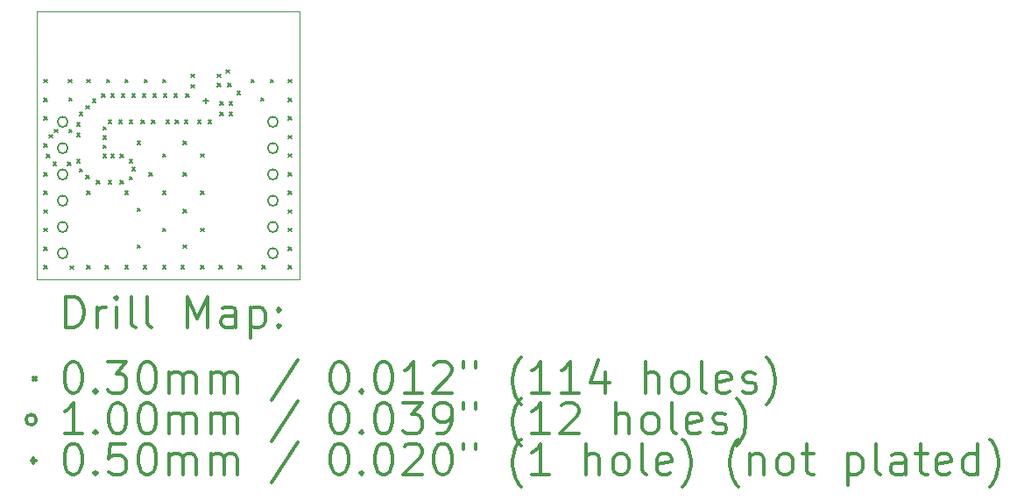
<source format=gbr>
%FSLAX45Y45*%
G04 Gerber Fmt 4.5, Leading zero omitted, Abs format (unit mm)*
G04 Created by KiCad (PCBNEW (5.0.1)-3) date 02/12/2018 22:03:44*
%MOMM*%
%LPD*%
G01*
G04 APERTURE LIST*
%ADD10C,0.015000*%
%ADD11C,0.200000*%
%ADD12C,0.300000*%
G04 APERTURE END LIST*
D10*
X8636000Y-10795000D02*
X6096000Y-10795000D01*
X8636000Y-8204200D02*
X8636000Y-10795000D01*
X6096000Y-8204200D02*
X8636000Y-8204200D01*
X6096000Y-10795000D02*
X6096000Y-8204200D01*
D11*
X6169900Y-8862300D02*
X6199900Y-8892300D01*
X6199900Y-8862300D02*
X6169900Y-8892300D01*
X6169900Y-9044500D02*
X6199900Y-9074500D01*
X6199900Y-9044500D02*
X6169900Y-9074500D01*
X6169900Y-9222300D02*
X6199900Y-9252300D01*
X6199900Y-9222300D02*
X6169900Y-9252300D01*
X6169900Y-9484600D02*
X6199900Y-9514600D01*
X6199900Y-9484600D02*
X6169900Y-9514600D01*
X6169900Y-9764500D02*
X6199900Y-9794500D01*
X6199900Y-9764500D02*
X6169900Y-9794500D01*
X6169900Y-9942300D02*
X6199900Y-9972300D01*
X6199900Y-9942300D02*
X6169900Y-9972300D01*
X6169900Y-10124500D02*
X6199900Y-10154500D01*
X6199900Y-10124500D02*
X6169900Y-10154500D01*
X6169900Y-10302300D02*
X6199900Y-10332300D01*
X6199900Y-10302300D02*
X6169900Y-10332300D01*
X6169900Y-10484500D02*
X6199900Y-10514500D01*
X6199900Y-10484500D02*
X6169900Y-10514500D01*
X6169900Y-10662300D02*
X6199900Y-10692300D01*
X6199900Y-10662300D02*
X6169900Y-10692300D01*
X6195300Y-9586200D02*
X6225300Y-9616200D01*
X6225300Y-9586200D02*
X6195300Y-9616200D01*
X6220700Y-9395700D02*
X6250700Y-9425700D01*
X6250700Y-9395700D02*
X6220700Y-9425700D01*
X6258800Y-9662400D02*
X6288800Y-9692400D01*
X6288800Y-9662400D02*
X6258800Y-9692400D01*
X6271500Y-9344900D02*
X6301500Y-9374900D01*
X6301500Y-9344900D02*
X6271500Y-9374900D01*
X6398500Y-9662400D02*
X6428500Y-9692400D01*
X6428500Y-9662400D02*
X6398500Y-9692400D01*
X6408900Y-8862300D02*
X6438900Y-8892300D01*
X6438900Y-8862300D02*
X6408900Y-8892300D01*
X6411200Y-9040100D02*
X6441200Y-9070100D01*
X6441200Y-9040100D02*
X6411200Y-9070100D01*
X6411200Y-9344900D02*
X6441200Y-9374900D01*
X6441200Y-9344900D02*
X6411200Y-9374900D01*
X6423900Y-10665700D02*
X6453900Y-10695700D01*
X6453900Y-10665700D02*
X6423900Y-10695700D01*
X6487400Y-9281400D02*
X6517400Y-9311400D01*
X6517400Y-9281400D02*
X6487400Y-9311400D01*
X6487400Y-9383000D02*
X6517400Y-9413000D01*
X6517400Y-9383000D02*
X6487400Y-9413000D01*
X6487400Y-9637000D02*
X6517400Y-9667000D01*
X6517400Y-9637000D02*
X6487400Y-9667000D01*
X6512800Y-9179800D02*
X6542800Y-9209800D01*
X6542800Y-9179800D02*
X6512800Y-9209800D01*
X6512800Y-9725900D02*
X6542800Y-9755900D01*
X6542800Y-9725900D02*
X6512800Y-9755900D01*
X6576300Y-9116300D02*
X6606300Y-9146300D01*
X6606300Y-9116300D02*
X6576300Y-9146300D01*
X6576300Y-9789400D02*
X6606300Y-9819400D01*
X6606300Y-9789400D02*
X6576300Y-9819400D01*
X6586700Y-8862300D02*
X6616700Y-8892300D01*
X6616700Y-8862300D02*
X6586700Y-8892300D01*
X6586700Y-9942300D02*
X6616700Y-9972300D01*
X6616700Y-9942300D02*
X6586700Y-9972300D01*
X6586700Y-10662300D02*
X6616700Y-10692300D01*
X6616700Y-10662300D02*
X6586700Y-10692300D01*
X6639800Y-9052800D02*
X6669800Y-9082800D01*
X6669800Y-9052800D02*
X6639800Y-9082800D01*
X6677900Y-9840200D02*
X6707900Y-9870200D01*
X6707900Y-9840200D02*
X6677900Y-9870200D01*
X6728700Y-9002000D02*
X6758700Y-9032000D01*
X6758700Y-9002000D02*
X6728700Y-9032000D01*
X6741400Y-9319500D02*
X6771400Y-9349500D01*
X6771400Y-9319500D02*
X6741400Y-9349500D01*
X6741400Y-9408400D02*
X6771400Y-9438400D01*
X6771400Y-9408400D02*
X6741400Y-9438400D01*
X6741400Y-9497300D02*
X6771400Y-9527300D01*
X6771400Y-9497300D02*
X6741400Y-9527300D01*
X6741400Y-9586200D02*
X6771400Y-9616200D01*
X6771400Y-9586200D02*
X6741400Y-9616200D01*
X6764500Y-10662300D02*
X6794500Y-10692300D01*
X6794500Y-10662300D02*
X6764500Y-10692300D01*
X6774900Y-8862300D02*
X6804900Y-8892300D01*
X6804900Y-8862300D02*
X6774900Y-8892300D01*
X6792200Y-9256000D02*
X6822200Y-9286000D01*
X6822200Y-9256000D02*
X6792200Y-9286000D01*
X6792200Y-9840200D02*
X6822200Y-9870200D01*
X6822200Y-9840200D02*
X6792200Y-9870200D01*
X6817600Y-9002000D02*
X6847600Y-9032000D01*
X6847600Y-9002000D02*
X6817600Y-9032000D01*
X6817600Y-9586200D02*
X6847600Y-9616200D01*
X6847600Y-9586200D02*
X6817600Y-9616200D01*
X6893800Y-9256000D02*
X6923800Y-9286000D01*
X6923800Y-9256000D02*
X6893800Y-9286000D01*
X6906500Y-9586200D02*
X6936500Y-9616200D01*
X6936500Y-9586200D02*
X6906500Y-9616200D01*
X6906500Y-9840200D02*
X6936500Y-9870200D01*
X6936500Y-9840200D02*
X6906500Y-9870200D01*
X6919200Y-9002000D02*
X6949200Y-9032000D01*
X6949200Y-9002000D02*
X6919200Y-9032000D01*
X6952700Y-8862300D02*
X6982700Y-8892300D01*
X6982700Y-8862300D02*
X6952700Y-8892300D01*
X6952700Y-9942300D02*
X6982700Y-9972300D01*
X6982700Y-9942300D02*
X6952700Y-9972300D01*
X6952700Y-10662300D02*
X6982700Y-10692300D01*
X6982700Y-10662300D02*
X6952700Y-10692300D01*
X6995400Y-9256000D02*
X7025400Y-9286000D01*
X7025400Y-9256000D02*
X6995400Y-9286000D01*
X6995400Y-9637000D02*
X7025400Y-9667000D01*
X7025400Y-9637000D02*
X6995400Y-9667000D01*
X6995400Y-9802100D02*
X7025400Y-9832100D01*
X7025400Y-9802100D02*
X6995400Y-9832100D01*
X7020800Y-9002000D02*
X7050800Y-9032000D01*
X7050800Y-9002000D02*
X7020800Y-9032000D01*
X7020800Y-9713200D02*
X7050800Y-9743200D01*
X7050800Y-9713200D02*
X7020800Y-9743200D01*
X7071600Y-9459200D02*
X7101600Y-9489200D01*
X7101600Y-9459200D02*
X7071600Y-9489200D01*
X7071600Y-10106900D02*
X7101600Y-10136900D01*
X7101600Y-10106900D02*
X7071600Y-10136900D01*
X7071600Y-10462500D02*
X7101600Y-10492500D01*
X7101600Y-10462500D02*
X7071600Y-10492500D01*
X7109700Y-9256000D02*
X7139700Y-9286000D01*
X7139700Y-9256000D02*
X7109700Y-9286000D01*
X7122400Y-9002000D02*
X7152400Y-9032000D01*
X7152400Y-9002000D02*
X7122400Y-9032000D01*
X7130500Y-10662300D02*
X7160500Y-10692300D01*
X7160500Y-10662300D02*
X7130500Y-10692300D01*
X7140900Y-8862300D02*
X7170900Y-8892300D01*
X7170900Y-8862300D02*
X7140900Y-8892300D01*
X7185900Y-9764000D02*
X7215900Y-9794000D01*
X7215900Y-9764000D02*
X7185900Y-9794000D01*
X7211300Y-9256000D02*
X7241300Y-9286000D01*
X7241300Y-9256000D02*
X7211300Y-9286000D01*
X7224000Y-9002000D02*
X7254000Y-9032000D01*
X7254000Y-9002000D02*
X7224000Y-9032000D01*
X7318700Y-8862300D02*
X7348700Y-8892300D01*
X7348700Y-8862300D02*
X7318700Y-8892300D01*
X7318700Y-9582300D02*
X7348700Y-9612300D01*
X7348700Y-9582300D02*
X7318700Y-9612300D01*
X7318700Y-9942300D02*
X7348700Y-9972300D01*
X7348700Y-9942300D02*
X7318700Y-9972300D01*
X7318700Y-10302300D02*
X7348700Y-10332300D01*
X7348700Y-10302300D02*
X7318700Y-10332300D01*
X7318700Y-10662300D02*
X7348700Y-10692300D01*
X7348700Y-10662300D02*
X7318700Y-10692300D01*
X7325600Y-9002000D02*
X7355600Y-9032000D01*
X7355600Y-9002000D02*
X7325600Y-9032000D01*
X7351000Y-9256000D02*
X7381000Y-9286000D01*
X7381000Y-9256000D02*
X7351000Y-9286000D01*
X7427200Y-9002000D02*
X7457200Y-9032000D01*
X7457200Y-9002000D02*
X7427200Y-9032000D01*
X7439900Y-9256000D02*
X7469900Y-9286000D01*
X7469900Y-9256000D02*
X7439900Y-9286000D01*
X7496500Y-10662300D02*
X7526500Y-10692300D01*
X7526500Y-10662300D02*
X7496500Y-10692300D01*
X7516100Y-9459200D02*
X7546100Y-9489200D01*
X7546100Y-9459200D02*
X7516100Y-9489200D01*
X7516100Y-9764000D02*
X7546100Y-9794000D01*
X7546100Y-9764000D02*
X7516100Y-9794000D01*
X7516100Y-10119600D02*
X7546100Y-10149600D01*
X7546100Y-10119600D02*
X7516100Y-10149600D01*
X7516100Y-10462500D02*
X7546100Y-10492500D01*
X7546100Y-10462500D02*
X7516100Y-10492500D01*
X7528800Y-9256000D02*
X7558800Y-9286000D01*
X7558800Y-9256000D02*
X7528800Y-9286000D01*
X7541500Y-9002000D02*
X7571500Y-9032000D01*
X7571500Y-9002000D02*
X7541500Y-9032000D01*
X7592300Y-8811500D02*
X7622300Y-8841500D01*
X7622300Y-8811500D02*
X7592300Y-8841500D01*
X7592300Y-8913100D02*
X7622300Y-8943100D01*
X7622300Y-8913100D02*
X7592300Y-8943100D01*
X7655800Y-9256000D02*
X7685800Y-9286000D01*
X7685800Y-9256000D02*
X7655800Y-9286000D01*
X7684700Y-9582300D02*
X7714700Y-9612300D01*
X7714700Y-9582300D02*
X7684700Y-9612300D01*
X7684700Y-9942300D02*
X7714700Y-9972300D01*
X7714700Y-9942300D02*
X7684700Y-9972300D01*
X7684700Y-10302300D02*
X7714700Y-10332300D01*
X7714700Y-10302300D02*
X7684700Y-10332300D01*
X7684700Y-10662300D02*
X7714700Y-10692300D01*
X7714700Y-10662300D02*
X7684700Y-10692300D01*
X7757400Y-9256000D02*
X7787400Y-9286000D01*
X7787400Y-9256000D02*
X7757400Y-9286000D01*
X7846300Y-8811500D02*
X7876300Y-8841500D01*
X7876300Y-8811500D02*
X7846300Y-8841500D01*
X7846300Y-8900400D02*
X7876300Y-8930400D01*
X7876300Y-8900400D02*
X7846300Y-8930400D01*
X7862500Y-10662300D02*
X7892500Y-10692300D01*
X7892500Y-10662300D02*
X7862500Y-10692300D01*
X7871700Y-9078200D02*
X7901700Y-9108200D01*
X7901700Y-9078200D02*
X7871700Y-9108200D01*
X7871700Y-9179800D02*
X7901700Y-9209800D01*
X7901700Y-9179800D02*
X7871700Y-9209800D01*
X7947900Y-8900400D02*
X7977900Y-8930400D01*
X7977900Y-8900400D02*
X7947900Y-8930400D01*
X7960600Y-9078200D02*
X7990600Y-9108200D01*
X7990600Y-9078200D02*
X7960600Y-9108200D01*
X7960600Y-9179800D02*
X7990600Y-9209800D01*
X7990600Y-9179800D02*
X7960600Y-9209800D01*
X8036800Y-8976600D02*
X8066800Y-9006600D01*
X8066800Y-8976600D02*
X8036800Y-9006600D01*
X8050700Y-10662300D02*
X8080700Y-10692300D01*
X8080700Y-10662300D02*
X8050700Y-10692300D01*
X8170800Y-8862300D02*
X8200800Y-8892300D01*
X8200800Y-8862300D02*
X8170800Y-8892300D01*
X8265400Y-9040100D02*
X8295400Y-9070100D01*
X8295400Y-9040100D02*
X8265400Y-9070100D01*
X8278100Y-10662300D02*
X8308100Y-10692300D01*
X8308100Y-10662300D02*
X8278100Y-10692300D01*
X8359000Y-8862300D02*
X8389000Y-8892300D01*
X8389000Y-8862300D02*
X8359000Y-8892300D01*
X8531000Y-8862300D02*
X8561000Y-8892300D01*
X8561000Y-8862300D02*
X8531000Y-8892300D01*
X8531000Y-9044500D02*
X8561000Y-9074500D01*
X8561000Y-9044500D02*
X8531000Y-9074500D01*
X8531000Y-9222300D02*
X8561000Y-9252300D01*
X8561000Y-9222300D02*
X8531000Y-9252300D01*
X8531000Y-9404500D02*
X8561000Y-9434500D01*
X8561000Y-9404500D02*
X8531000Y-9434500D01*
X8531000Y-9582300D02*
X8561000Y-9612300D01*
X8561000Y-9582300D02*
X8531000Y-9612300D01*
X8531000Y-9764500D02*
X8561000Y-9794500D01*
X8561000Y-9764500D02*
X8531000Y-9794500D01*
X8531000Y-9942300D02*
X8561000Y-9972300D01*
X8561000Y-9942300D02*
X8531000Y-9972300D01*
X8531000Y-10124500D02*
X8561000Y-10154500D01*
X8561000Y-10124500D02*
X8531000Y-10154500D01*
X8531000Y-10302300D02*
X8561000Y-10332300D01*
X8561000Y-10302300D02*
X8531000Y-10332300D01*
X8531000Y-10484500D02*
X8561000Y-10514500D01*
X8561000Y-10484500D02*
X8531000Y-10514500D01*
X8531000Y-10662300D02*
X8561000Y-10692300D01*
X8561000Y-10662300D02*
X8531000Y-10692300D01*
X7929300Y-8768000D02*
X7959300Y-8798000D01*
X7959300Y-8768000D02*
X7929300Y-8798000D01*
X8432000Y-9271000D02*
G75*
G03X8432000Y-9271000I-50000J0D01*
G01*
X8432000Y-9525000D02*
G75*
G03X8432000Y-9525000I-50000J0D01*
G01*
X8432000Y-9779000D02*
G75*
G03X8432000Y-9779000I-50000J0D01*
G01*
X8432000Y-10033000D02*
G75*
G03X8432000Y-10033000I-50000J0D01*
G01*
X8432000Y-10287000D02*
G75*
G03X8432000Y-10287000I-50000J0D01*
G01*
X8432000Y-10541000D02*
G75*
G03X8432000Y-10541000I-50000J0D01*
G01*
X6400000Y-9271000D02*
G75*
G03X6400000Y-9271000I-50000J0D01*
G01*
X6400000Y-9525000D02*
G75*
G03X6400000Y-9525000I-50000J0D01*
G01*
X6400000Y-9779000D02*
G75*
G03X6400000Y-9779000I-50000J0D01*
G01*
X6400000Y-10033000D02*
G75*
G03X6400000Y-10033000I-50000J0D01*
G01*
X6400000Y-10287000D02*
G75*
G03X6400000Y-10287000I-50000J0D01*
G01*
X6400000Y-10541000D02*
G75*
G03X6400000Y-10541000I-50000J0D01*
G01*
X7734300Y-9042800D02*
X7734300Y-9092800D01*
X7709300Y-9067800D02*
X7759300Y-9067800D01*
D12*
X6381678Y-11261464D02*
X6381678Y-10961464D01*
X6453107Y-10961464D01*
X6495964Y-10975750D01*
X6524536Y-11004322D01*
X6538821Y-11032893D01*
X6553107Y-11090036D01*
X6553107Y-11132893D01*
X6538821Y-11190036D01*
X6524536Y-11218607D01*
X6495964Y-11247179D01*
X6453107Y-11261464D01*
X6381678Y-11261464D01*
X6681678Y-11261464D02*
X6681678Y-11061464D01*
X6681678Y-11118607D02*
X6695964Y-11090036D01*
X6710250Y-11075750D01*
X6738821Y-11061464D01*
X6767393Y-11061464D01*
X6867393Y-11261464D02*
X6867393Y-11061464D01*
X6867393Y-10961464D02*
X6853107Y-10975750D01*
X6867393Y-10990036D01*
X6881678Y-10975750D01*
X6867393Y-10961464D01*
X6867393Y-10990036D01*
X7053107Y-11261464D02*
X7024536Y-11247179D01*
X7010250Y-11218607D01*
X7010250Y-10961464D01*
X7210250Y-11261464D02*
X7181678Y-11247179D01*
X7167393Y-11218607D01*
X7167393Y-10961464D01*
X7553107Y-11261464D02*
X7553107Y-10961464D01*
X7653107Y-11175750D01*
X7753107Y-10961464D01*
X7753107Y-11261464D01*
X8024536Y-11261464D02*
X8024536Y-11104322D01*
X8010250Y-11075750D01*
X7981678Y-11061464D01*
X7924536Y-11061464D01*
X7895964Y-11075750D01*
X8024536Y-11247179D02*
X7995964Y-11261464D01*
X7924536Y-11261464D01*
X7895964Y-11247179D01*
X7881678Y-11218607D01*
X7881678Y-11190036D01*
X7895964Y-11161464D01*
X7924536Y-11147179D01*
X7995964Y-11147179D01*
X8024536Y-11132893D01*
X8167393Y-11061464D02*
X8167393Y-11361464D01*
X8167393Y-11075750D02*
X8195964Y-11061464D01*
X8253107Y-11061464D01*
X8281678Y-11075750D01*
X8295964Y-11090036D01*
X8310250Y-11118607D01*
X8310250Y-11204321D01*
X8295964Y-11232893D01*
X8281678Y-11247179D01*
X8253107Y-11261464D01*
X8195964Y-11261464D01*
X8167393Y-11247179D01*
X8438821Y-11232893D02*
X8453107Y-11247179D01*
X8438821Y-11261464D01*
X8424536Y-11247179D01*
X8438821Y-11232893D01*
X8438821Y-11261464D01*
X8438821Y-11075750D02*
X8453107Y-11090036D01*
X8438821Y-11104322D01*
X8424536Y-11090036D01*
X8438821Y-11075750D01*
X8438821Y-11104322D01*
X6065250Y-11740750D02*
X6095250Y-11770750D01*
X6095250Y-11740750D02*
X6065250Y-11770750D01*
X6438821Y-11591464D02*
X6467393Y-11591464D01*
X6495964Y-11605750D01*
X6510250Y-11620036D01*
X6524536Y-11648607D01*
X6538821Y-11705750D01*
X6538821Y-11777179D01*
X6524536Y-11834321D01*
X6510250Y-11862893D01*
X6495964Y-11877179D01*
X6467393Y-11891464D01*
X6438821Y-11891464D01*
X6410250Y-11877179D01*
X6395964Y-11862893D01*
X6381678Y-11834321D01*
X6367393Y-11777179D01*
X6367393Y-11705750D01*
X6381678Y-11648607D01*
X6395964Y-11620036D01*
X6410250Y-11605750D01*
X6438821Y-11591464D01*
X6667393Y-11862893D02*
X6681678Y-11877179D01*
X6667393Y-11891464D01*
X6653107Y-11877179D01*
X6667393Y-11862893D01*
X6667393Y-11891464D01*
X6781678Y-11591464D02*
X6967393Y-11591464D01*
X6867393Y-11705750D01*
X6910250Y-11705750D01*
X6938821Y-11720036D01*
X6953107Y-11734321D01*
X6967393Y-11762893D01*
X6967393Y-11834321D01*
X6953107Y-11862893D01*
X6938821Y-11877179D01*
X6910250Y-11891464D01*
X6824536Y-11891464D01*
X6795964Y-11877179D01*
X6781678Y-11862893D01*
X7153107Y-11591464D02*
X7181678Y-11591464D01*
X7210250Y-11605750D01*
X7224536Y-11620036D01*
X7238821Y-11648607D01*
X7253107Y-11705750D01*
X7253107Y-11777179D01*
X7238821Y-11834321D01*
X7224536Y-11862893D01*
X7210250Y-11877179D01*
X7181678Y-11891464D01*
X7153107Y-11891464D01*
X7124536Y-11877179D01*
X7110250Y-11862893D01*
X7095964Y-11834321D01*
X7081678Y-11777179D01*
X7081678Y-11705750D01*
X7095964Y-11648607D01*
X7110250Y-11620036D01*
X7124536Y-11605750D01*
X7153107Y-11591464D01*
X7381678Y-11891464D02*
X7381678Y-11691464D01*
X7381678Y-11720036D02*
X7395964Y-11705750D01*
X7424536Y-11691464D01*
X7467393Y-11691464D01*
X7495964Y-11705750D01*
X7510250Y-11734321D01*
X7510250Y-11891464D01*
X7510250Y-11734321D02*
X7524536Y-11705750D01*
X7553107Y-11691464D01*
X7595964Y-11691464D01*
X7624536Y-11705750D01*
X7638821Y-11734321D01*
X7638821Y-11891464D01*
X7781678Y-11891464D02*
X7781678Y-11691464D01*
X7781678Y-11720036D02*
X7795964Y-11705750D01*
X7824536Y-11691464D01*
X7867393Y-11691464D01*
X7895964Y-11705750D01*
X7910250Y-11734321D01*
X7910250Y-11891464D01*
X7910250Y-11734321D02*
X7924536Y-11705750D01*
X7953107Y-11691464D01*
X7995964Y-11691464D01*
X8024536Y-11705750D01*
X8038821Y-11734321D01*
X8038821Y-11891464D01*
X8624536Y-11577179D02*
X8367393Y-11962893D01*
X9010250Y-11591464D02*
X9038821Y-11591464D01*
X9067393Y-11605750D01*
X9081678Y-11620036D01*
X9095964Y-11648607D01*
X9110250Y-11705750D01*
X9110250Y-11777179D01*
X9095964Y-11834321D01*
X9081678Y-11862893D01*
X9067393Y-11877179D01*
X9038821Y-11891464D01*
X9010250Y-11891464D01*
X8981678Y-11877179D01*
X8967393Y-11862893D01*
X8953107Y-11834321D01*
X8938821Y-11777179D01*
X8938821Y-11705750D01*
X8953107Y-11648607D01*
X8967393Y-11620036D01*
X8981678Y-11605750D01*
X9010250Y-11591464D01*
X9238821Y-11862893D02*
X9253107Y-11877179D01*
X9238821Y-11891464D01*
X9224536Y-11877179D01*
X9238821Y-11862893D01*
X9238821Y-11891464D01*
X9438821Y-11591464D02*
X9467393Y-11591464D01*
X9495964Y-11605750D01*
X9510250Y-11620036D01*
X9524536Y-11648607D01*
X9538821Y-11705750D01*
X9538821Y-11777179D01*
X9524536Y-11834321D01*
X9510250Y-11862893D01*
X9495964Y-11877179D01*
X9467393Y-11891464D01*
X9438821Y-11891464D01*
X9410250Y-11877179D01*
X9395964Y-11862893D01*
X9381678Y-11834321D01*
X9367393Y-11777179D01*
X9367393Y-11705750D01*
X9381678Y-11648607D01*
X9395964Y-11620036D01*
X9410250Y-11605750D01*
X9438821Y-11591464D01*
X9824536Y-11891464D02*
X9653107Y-11891464D01*
X9738821Y-11891464D02*
X9738821Y-11591464D01*
X9710250Y-11634321D01*
X9681678Y-11662893D01*
X9653107Y-11677179D01*
X9938821Y-11620036D02*
X9953107Y-11605750D01*
X9981678Y-11591464D01*
X10053107Y-11591464D01*
X10081678Y-11605750D01*
X10095964Y-11620036D01*
X10110250Y-11648607D01*
X10110250Y-11677179D01*
X10095964Y-11720036D01*
X9924536Y-11891464D01*
X10110250Y-11891464D01*
X10224536Y-11591464D02*
X10224536Y-11648607D01*
X10338821Y-11591464D02*
X10338821Y-11648607D01*
X10781678Y-12005750D02*
X10767393Y-11991464D01*
X10738821Y-11948607D01*
X10724536Y-11920036D01*
X10710250Y-11877179D01*
X10695964Y-11805750D01*
X10695964Y-11748607D01*
X10710250Y-11677179D01*
X10724536Y-11634321D01*
X10738821Y-11605750D01*
X10767393Y-11562893D01*
X10781678Y-11548607D01*
X11053107Y-11891464D02*
X10881678Y-11891464D01*
X10967393Y-11891464D02*
X10967393Y-11591464D01*
X10938821Y-11634321D01*
X10910250Y-11662893D01*
X10881678Y-11677179D01*
X11338821Y-11891464D02*
X11167393Y-11891464D01*
X11253107Y-11891464D02*
X11253107Y-11591464D01*
X11224536Y-11634321D01*
X11195964Y-11662893D01*
X11167393Y-11677179D01*
X11595964Y-11691464D02*
X11595964Y-11891464D01*
X11524536Y-11577179D02*
X11453107Y-11791464D01*
X11638821Y-11791464D01*
X11981678Y-11891464D02*
X11981678Y-11591464D01*
X12110250Y-11891464D02*
X12110250Y-11734321D01*
X12095964Y-11705750D01*
X12067393Y-11691464D01*
X12024536Y-11691464D01*
X11995964Y-11705750D01*
X11981678Y-11720036D01*
X12295964Y-11891464D02*
X12267393Y-11877179D01*
X12253107Y-11862893D01*
X12238821Y-11834321D01*
X12238821Y-11748607D01*
X12253107Y-11720036D01*
X12267393Y-11705750D01*
X12295964Y-11691464D01*
X12338821Y-11691464D01*
X12367393Y-11705750D01*
X12381678Y-11720036D01*
X12395964Y-11748607D01*
X12395964Y-11834321D01*
X12381678Y-11862893D01*
X12367393Y-11877179D01*
X12338821Y-11891464D01*
X12295964Y-11891464D01*
X12567393Y-11891464D02*
X12538821Y-11877179D01*
X12524536Y-11848607D01*
X12524536Y-11591464D01*
X12795964Y-11877179D02*
X12767393Y-11891464D01*
X12710250Y-11891464D01*
X12681678Y-11877179D01*
X12667393Y-11848607D01*
X12667393Y-11734321D01*
X12681678Y-11705750D01*
X12710250Y-11691464D01*
X12767393Y-11691464D01*
X12795964Y-11705750D01*
X12810250Y-11734321D01*
X12810250Y-11762893D01*
X12667393Y-11791464D01*
X12924536Y-11877179D02*
X12953107Y-11891464D01*
X13010250Y-11891464D01*
X13038821Y-11877179D01*
X13053107Y-11848607D01*
X13053107Y-11834321D01*
X13038821Y-11805750D01*
X13010250Y-11791464D01*
X12967393Y-11791464D01*
X12938821Y-11777179D01*
X12924536Y-11748607D01*
X12924536Y-11734321D01*
X12938821Y-11705750D01*
X12967393Y-11691464D01*
X13010250Y-11691464D01*
X13038821Y-11705750D01*
X13153107Y-12005750D02*
X13167393Y-11991464D01*
X13195964Y-11948607D01*
X13210250Y-11920036D01*
X13224536Y-11877179D01*
X13238821Y-11805750D01*
X13238821Y-11748607D01*
X13224536Y-11677179D01*
X13210250Y-11634321D01*
X13195964Y-11605750D01*
X13167393Y-11562893D01*
X13153107Y-11548607D01*
X6095250Y-12151750D02*
G75*
G03X6095250Y-12151750I-50000J0D01*
G01*
X6538821Y-12287464D02*
X6367393Y-12287464D01*
X6453107Y-12287464D02*
X6453107Y-11987464D01*
X6424536Y-12030321D01*
X6395964Y-12058893D01*
X6367393Y-12073179D01*
X6667393Y-12258893D02*
X6681678Y-12273179D01*
X6667393Y-12287464D01*
X6653107Y-12273179D01*
X6667393Y-12258893D01*
X6667393Y-12287464D01*
X6867393Y-11987464D02*
X6895964Y-11987464D01*
X6924536Y-12001750D01*
X6938821Y-12016036D01*
X6953107Y-12044607D01*
X6967393Y-12101750D01*
X6967393Y-12173179D01*
X6953107Y-12230321D01*
X6938821Y-12258893D01*
X6924536Y-12273179D01*
X6895964Y-12287464D01*
X6867393Y-12287464D01*
X6838821Y-12273179D01*
X6824536Y-12258893D01*
X6810250Y-12230321D01*
X6795964Y-12173179D01*
X6795964Y-12101750D01*
X6810250Y-12044607D01*
X6824536Y-12016036D01*
X6838821Y-12001750D01*
X6867393Y-11987464D01*
X7153107Y-11987464D02*
X7181678Y-11987464D01*
X7210250Y-12001750D01*
X7224536Y-12016036D01*
X7238821Y-12044607D01*
X7253107Y-12101750D01*
X7253107Y-12173179D01*
X7238821Y-12230321D01*
X7224536Y-12258893D01*
X7210250Y-12273179D01*
X7181678Y-12287464D01*
X7153107Y-12287464D01*
X7124536Y-12273179D01*
X7110250Y-12258893D01*
X7095964Y-12230321D01*
X7081678Y-12173179D01*
X7081678Y-12101750D01*
X7095964Y-12044607D01*
X7110250Y-12016036D01*
X7124536Y-12001750D01*
X7153107Y-11987464D01*
X7381678Y-12287464D02*
X7381678Y-12087464D01*
X7381678Y-12116036D02*
X7395964Y-12101750D01*
X7424536Y-12087464D01*
X7467393Y-12087464D01*
X7495964Y-12101750D01*
X7510250Y-12130321D01*
X7510250Y-12287464D01*
X7510250Y-12130321D02*
X7524536Y-12101750D01*
X7553107Y-12087464D01*
X7595964Y-12087464D01*
X7624536Y-12101750D01*
X7638821Y-12130321D01*
X7638821Y-12287464D01*
X7781678Y-12287464D02*
X7781678Y-12087464D01*
X7781678Y-12116036D02*
X7795964Y-12101750D01*
X7824536Y-12087464D01*
X7867393Y-12087464D01*
X7895964Y-12101750D01*
X7910250Y-12130321D01*
X7910250Y-12287464D01*
X7910250Y-12130321D02*
X7924536Y-12101750D01*
X7953107Y-12087464D01*
X7995964Y-12087464D01*
X8024536Y-12101750D01*
X8038821Y-12130321D01*
X8038821Y-12287464D01*
X8624536Y-11973179D02*
X8367393Y-12358893D01*
X9010250Y-11987464D02*
X9038821Y-11987464D01*
X9067393Y-12001750D01*
X9081678Y-12016036D01*
X9095964Y-12044607D01*
X9110250Y-12101750D01*
X9110250Y-12173179D01*
X9095964Y-12230321D01*
X9081678Y-12258893D01*
X9067393Y-12273179D01*
X9038821Y-12287464D01*
X9010250Y-12287464D01*
X8981678Y-12273179D01*
X8967393Y-12258893D01*
X8953107Y-12230321D01*
X8938821Y-12173179D01*
X8938821Y-12101750D01*
X8953107Y-12044607D01*
X8967393Y-12016036D01*
X8981678Y-12001750D01*
X9010250Y-11987464D01*
X9238821Y-12258893D02*
X9253107Y-12273179D01*
X9238821Y-12287464D01*
X9224536Y-12273179D01*
X9238821Y-12258893D01*
X9238821Y-12287464D01*
X9438821Y-11987464D02*
X9467393Y-11987464D01*
X9495964Y-12001750D01*
X9510250Y-12016036D01*
X9524536Y-12044607D01*
X9538821Y-12101750D01*
X9538821Y-12173179D01*
X9524536Y-12230321D01*
X9510250Y-12258893D01*
X9495964Y-12273179D01*
X9467393Y-12287464D01*
X9438821Y-12287464D01*
X9410250Y-12273179D01*
X9395964Y-12258893D01*
X9381678Y-12230321D01*
X9367393Y-12173179D01*
X9367393Y-12101750D01*
X9381678Y-12044607D01*
X9395964Y-12016036D01*
X9410250Y-12001750D01*
X9438821Y-11987464D01*
X9638821Y-11987464D02*
X9824536Y-11987464D01*
X9724536Y-12101750D01*
X9767393Y-12101750D01*
X9795964Y-12116036D01*
X9810250Y-12130321D01*
X9824536Y-12158893D01*
X9824536Y-12230321D01*
X9810250Y-12258893D01*
X9795964Y-12273179D01*
X9767393Y-12287464D01*
X9681678Y-12287464D01*
X9653107Y-12273179D01*
X9638821Y-12258893D01*
X9967393Y-12287464D02*
X10024536Y-12287464D01*
X10053107Y-12273179D01*
X10067393Y-12258893D01*
X10095964Y-12216036D01*
X10110250Y-12158893D01*
X10110250Y-12044607D01*
X10095964Y-12016036D01*
X10081678Y-12001750D01*
X10053107Y-11987464D01*
X9995964Y-11987464D01*
X9967393Y-12001750D01*
X9953107Y-12016036D01*
X9938821Y-12044607D01*
X9938821Y-12116036D01*
X9953107Y-12144607D01*
X9967393Y-12158893D01*
X9995964Y-12173179D01*
X10053107Y-12173179D01*
X10081678Y-12158893D01*
X10095964Y-12144607D01*
X10110250Y-12116036D01*
X10224536Y-11987464D02*
X10224536Y-12044607D01*
X10338821Y-11987464D02*
X10338821Y-12044607D01*
X10781678Y-12401750D02*
X10767393Y-12387464D01*
X10738821Y-12344607D01*
X10724536Y-12316036D01*
X10710250Y-12273179D01*
X10695964Y-12201750D01*
X10695964Y-12144607D01*
X10710250Y-12073179D01*
X10724536Y-12030321D01*
X10738821Y-12001750D01*
X10767393Y-11958893D01*
X10781678Y-11944607D01*
X11053107Y-12287464D02*
X10881678Y-12287464D01*
X10967393Y-12287464D02*
X10967393Y-11987464D01*
X10938821Y-12030321D01*
X10910250Y-12058893D01*
X10881678Y-12073179D01*
X11167393Y-12016036D02*
X11181678Y-12001750D01*
X11210250Y-11987464D01*
X11281678Y-11987464D01*
X11310250Y-12001750D01*
X11324536Y-12016036D01*
X11338821Y-12044607D01*
X11338821Y-12073179D01*
X11324536Y-12116036D01*
X11153107Y-12287464D01*
X11338821Y-12287464D01*
X11695964Y-12287464D02*
X11695964Y-11987464D01*
X11824536Y-12287464D02*
X11824536Y-12130321D01*
X11810250Y-12101750D01*
X11781678Y-12087464D01*
X11738821Y-12087464D01*
X11710250Y-12101750D01*
X11695964Y-12116036D01*
X12010250Y-12287464D02*
X11981678Y-12273179D01*
X11967393Y-12258893D01*
X11953107Y-12230321D01*
X11953107Y-12144607D01*
X11967393Y-12116036D01*
X11981678Y-12101750D01*
X12010250Y-12087464D01*
X12053107Y-12087464D01*
X12081678Y-12101750D01*
X12095964Y-12116036D01*
X12110250Y-12144607D01*
X12110250Y-12230321D01*
X12095964Y-12258893D01*
X12081678Y-12273179D01*
X12053107Y-12287464D01*
X12010250Y-12287464D01*
X12281678Y-12287464D02*
X12253107Y-12273179D01*
X12238821Y-12244607D01*
X12238821Y-11987464D01*
X12510250Y-12273179D02*
X12481678Y-12287464D01*
X12424536Y-12287464D01*
X12395964Y-12273179D01*
X12381678Y-12244607D01*
X12381678Y-12130321D01*
X12395964Y-12101750D01*
X12424536Y-12087464D01*
X12481678Y-12087464D01*
X12510250Y-12101750D01*
X12524536Y-12130321D01*
X12524536Y-12158893D01*
X12381678Y-12187464D01*
X12638821Y-12273179D02*
X12667393Y-12287464D01*
X12724536Y-12287464D01*
X12753107Y-12273179D01*
X12767393Y-12244607D01*
X12767393Y-12230321D01*
X12753107Y-12201750D01*
X12724536Y-12187464D01*
X12681678Y-12187464D01*
X12653107Y-12173179D01*
X12638821Y-12144607D01*
X12638821Y-12130321D01*
X12653107Y-12101750D01*
X12681678Y-12087464D01*
X12724536Y-12087464D01*
X12753107Y-12101750D01*
X12867393Y-12401750D02*
X12881678Y-12387464D01*
X12910250Y-12344607D01*
X12924536Y-12316036D01*
X12938821Y-12273179D01*
X12953107Y-12201750D01*
X12953107Y-12144607D01*
X12938821Y-12073179D01*
X12924536Y-12030321D01*
X12910250Y-12001750D01*
X12881678Y-11958893D01*
X12867393Y-11944607D01*
X6070250Y-12522750D02*
X6070250Y-12572750D01*
X6045250Y-12547750D02*
X6095250Y-12547750D01*
X6438821Y-12383464D02*
X6467393Y-12383464D01*
X6495964Y-12397750D01*
X6510250Y-12412036D01*
X6524536Y-12440607D01*
X6538821Y-12497750D01*
X6538821Y-12569179D01*
X6524536Y-12626321D01*
X6510250Y-12654893D01*
X6495964Y-12669179D01*
X6467393Y-12683464D01*
X6438821Y-12683464D01*
X6410250Y-12669179D01*
X6395964Y-12654893D01*
X6381678Y-12626321D01*
X6367393Y-12569179D01*
X6367393Y-12497750D01*
X6381678Y-12440607D01*
X6395964Y-12412036D01*
X6410250Y-12397750D01*
X6438821Y-12383464D01*
X6667393Y-12654893D02*
X6681678Y-12669179D01*
X6667393Y-12683464D01*
X6653107Y-12669179D01*
X6667393Y-12654893D01*
X6667393Y-12683464D01*
X6953107Y-12383464D02*
X6810250Y-12383464D01*
X6795964Y-12526321D01*
X6810250Y-12512036D01*
X6838821Y-12497750D01*
X6910250Y-12497750D01*
X6938821Y-12512036D01*
X6953107Y-12526321D01*
X6967393Y-12554893D01*
X6967393Y-12626321D01*
X6953107Y-12654893D01*
X6938821Y-12669179D01*
X6910250Y-12683464D01*
X6838821Y-12683464D01*
X6810250Y-12669179D01*
X6795964Y-12654893D01*
X7153107Y-12383464D02*
X7181678Y-12383464D01*
X7210250Y-12397750D01*
X7224536Y-12412036D01*
X7238821Y-12440607D01*
X7253107Y-12497750D01*
X7253107Y-12569179D01*
X7238821Y-12626321D01*
X7224536Y-12654893D01*
X7210250Y-12669179D01*
X7181678Y-12683464D01*
X7153107Y-12683464D01*
X7124536Y-12669179D01*
X7110250Y-12654893D01*
X7095964Y-12626321D01*
X7081678Y-12569179D01*
X7081678Y-12497750D01*
X7095964Y-12440607D01*
X7110250Y-12412036D01*
X7124536Y-12397750D01*
X7153107Y-12383464D01*
X7381678Y-12683464D02*
X7381678Y-12483464D01*
X7381678Y-12512036D02*
X7395964Y-12497750D01*
X7424536Y-12483464D01*
X7467393Y-12483464D01*
X7495964Y-12497750D01*
X7510250Y-12526321D01*
X7510250Y-12683464D01*
X7510250Y-12526321D02*
X7524536Y-12497750D01*
X7553107Y-12483464D01*
X7595964Y-12483464D01*
X7624536Y-12497750D01*
X7638821Y-12526321D01*
X7638821Y-12683464D01*
X7781678Y-12683464D02*
X7781678Y-12483464D01*
X7781678Y-12512036D02*
X7795964Y-12497750D01*
X7824536Y-12483464D01*
X7867393Y-12483464D01*
X7895964Y-12497750D01*
X7910250Y-12526321D01*
X7910250Y-12683464D01*
X7910250Y-12526321D02*
X7924536Y-12497750D01*
X7953107Y-12483464D01*
X7995964Y-12483464D01*
X8024536Y-12497750D01*
X8038821Y-12526321D01*
X8038821Y-12683464D01*
X8624536Y-12369179D02*
X8367393Y-12754893D01*
X9010250Y-12383464D02*
X9038821Y-12383464D01*
X9067393Y-12397750D01*
X9081678Y-12412036D01*
X9095964Y-12440607D01*
X9110250Y-12497750D01*
X9110250Y-12569179D01*
X9095964Y-12626321D01*
X9081678Y-12654893D01*
X9067393Y-12669179D01*
X9038821Y-12683464D01*
X9010250Y-12683464D01*
X8981678Y-12669179D01*
X8967393Y-12654893D01*
X8953107Y-12626321D01*
X8938821Y-12569179D01*
X8938821Y-12497750D01*
X8953107Y-12440607D01*
X8967393Y-12412036D01*
X8981678Y-12397750D01*
X9010250Y-12383464D01*
X9238821Y-12654893D02*
X9253107Y-12669179D01*
X9238821Y-12683464D01*
X9224536Y-12669179D01*
X9238821Y-12654893D01*
X9238821Y-12683464D01*
X9438821Y-12383464D02*
X9467393Y-12383464D01*
X9495964Y-12397750D01*
X9510250Y-12412036D01*
X9524536Y-12440607D01*
X9538821Y-12497750D01*
X9538821Y-12569179D01*
X9524536Y-12626321D01*
X9510250Y-12654893D01*
X9495964Y-12669179D01*
X9467393Y-12683464D01*
X9438821Y-12683464D01*
X9410250Y-12669179D01*
X9395964Y-12654893D01*
X9381678Y-12626321D01*
X9367393Y-12569179D01*
X9367393Y-12497750D01*
X9381678Y-12440607D01*
X9395964Y-12412036D01*
X9410250Y-12397750D01*
X9438821Y-12383464D01*
X9653107Y-12412036D02*
X9667393Y-12397750D01*
X9695964Y-12383464D01*
X9767393Y-12383464D01*
X9795964Y-12397750D01*
X9810250Y-12412036D01*
X9824536Y-12440607D01*
X9824536Y-12469179D01*
X9810250Y-12512036D01*
X9638821Y-12683464D01*
X9824536Y-12683464D01*
X10010250Y-12383464D02*
X10038821Y-12383464D01*
X10067393Y-12397750D01*
X10081678Y-12412036D01*
X10095964Y-12440607D01*
X10110250Y-12497750D01*
X10110250Y-12569179D01*
X10095964Y-12626321D01*
X10081678Y-12654893D01*
X10067393Y-12669179D01*
X10038821Y-12683464D01*
X10010250Y-12683464D01*
X9981678Y-12669179D01*
X9967393Y-12654893D01*
X9953107Y-12626321D01*
X9938821Y-12569179D01*
X9938821Y-12497750D01*
X9953107Y-12440607D01*
X9967393Y-12412036D01*
X9981678Y-12397750D01*
X10010250Y-12383464D01*
X10224536Y-12383464D02*
X10224536Y-12440607D01*
X10338821Y-12383464D02*
X10338821Y-12440607D01*
X10781678Y-12797750D02*
X10767393Y-12783464D01*
X10738821Y-12740607D01*
X10724536Y-12712036D01*
X10710250Y-12669179D01*
X10695964Y-12597750D01*
X10695964Y-12540607D01*
X10710250Y-12469179D01*
X10724536Y-12426321D01*
X10738821Y-12397750D01*
X10767393Y-12354893D01*
X10781678Y-12340607D01*
X11053107Y-12683464D02*
X10881678Y-12683464D01*
X10967393Y-12683464D02*
X10967393Y-12383464D01*
X10938821Y-12426321D01*
X10910250Y-12454893D01*
X10881678Y-12469179D01*
X11410250Y-12683464D02*
X11410250Y-12383464D01*
X11538821Y-12683464D02*
X11538821Y-12526321D01*
X11524536Y-12497750D01*
X11495964Y-12483464D01*
X11453107Y-12483464D01*
X11424536Y-12497750D01*
X11410250Y-12512036D01*
X11724536Y-12683464D02*
X11695964Y-12669179D01*
X11681678Y-12654893D01*
X11667393Y-12626321D01*
X11667393Y-12540607D01*
X11681678Y-12512036D01*
X11695964Y-12497750D01*
X11724536Y-12483464D01*
X11767393Y-12483464D01*
X11795964Y-12497750D01*
X11810250Y-12512036D01*
X11824536Y-12540607D01*
X11824536Y-12626321D01*
X11810250Y-12654893D01*
X11795964Y-12669179D01*
X11767393Y-12683464D01*
X11724536Y-12683464D01*
X11995964Y-12683464D02*
X11967393Y-12669179D01*
X11953107Y-12640607D01*
X11953107Y-12383464D01*
X12224536Y-12669179D02*
X12195964Y-12683464D01*
X12138821Y-12683464D01*
X12110250Y-12669179D01*
X12095964Y-12640607D01*
X12095964Y-12526321D01*
X12110250Y-12497750D01*
X12138821Y-12483464D01*
X12195964Y-12483464D01*
X12224536Y-12497750D01*
X12238821Y-12526321D01*
X12238821Y-12554893D01*
X12095964Y-12583464D01*
X12338821Y-12797750D02*
X12353107Y-12783464D01*
X12381678Y-12740607D01*
X12395964Y-12712036D01*
X12410250Y-12669179D01*
X12424536Y-12597750D01*
X12424536Y-12540607D01*
X12410250Y-12469179D01*
X12395964Y-12426321D01*
X12381678Y-12397750D01*
X12353107Y-12354893D01*
X12338821Y-12340607D01*
X12881678Y-12797750D02*
X12867393Y-12783464D01*
X12838821Y-12740607D01*
X12824536Y-12712036D01*
X12810250Y-12669179D01*
X12795964Y-12597750D01*
X12795964Y-12540607D01*
X12810250Y-12469179D01*
X12824536Y-12426321D01*
X12838821Y-12397750D01*
X12867393Y-12354893D01*
X12881678Y-12340607D01*
X12995964Y-12483464D02*
X12995964Y-12683464D01*
X12995964Y-12512036D02*
X13010250Y-12497750D01*
X13038821Y-12483464D01*
X13081678Y-12483464D01*
X13110250Y-12497750D01*
X13124536Y-12526321D01*
X13124536Y-12683464D01*
X13310250Y-12683464D02*
X13281678Y-12669179D01*
X13267393Y-12654893D01*
X13253107Y-12626321D01*
X13253107Y-12540607D01*
X13267393Y-12512036D01*
X13281678Y-12497750D01*
X13310250Y-12483464D01*
X13353107Y-12483464D01*
X13381678Y-12497750D01*
X13395964Y-12512036D01*
X13410250Y-12540607D01*
X13410250Y-12626321D01*
X13395964Y-12654893D01*
X13381678Y-12669179D01*
X13353107Y-12683464D01*
X13310250Y-12683464D01*
X13495964Y-12483464D02*
X13610250Y-12483464D01*
X13538821Y-12383464D02*
X13538821Y-12640607D01*
X13553107Y-12669179D01*
X13581678Y-12683464D01*
X13610250Y-12683464D01*
X13938821Y-12483464D02*
X13938821Y-12783464D01*
X13938821Y-12497750D02*
X13967393Y-12483464D01*
X14024536Y-12483464D01*
X14053107Y-12497750D01*
X14067393Y-12512036D01*
X14081678Y-12540607D01*
X14081678Y-12626321D01*
X14067393Y-12654893D01*
X14053107Y-12669179D01*
X14024536Y-12683464D01*
X13967393Y-12683464D01*
X13938821Y-12669179D01*
X14253107Y-12683464D02*
X14224536Y-12669179D01*
X14210250Y-12640607D01*
X14210250Y-12383464D01*
X14495964Y-12683464D02*
X14495964Y-12526321D01*
X14481678Y-12497750D01*
X14453107Y-12483464D01*
X14395964Y-12483464D01*
X14367393Y-12497750D01*
X14495964Y-12669179D02*
X14467393Y-12683464D01*
X14395964Y-12683464D01*
X14367393Y-12669179D01*
X14353107Y-12640607D01*
X14353107Y-12612036D01*
X14367393Y-12583464D01*
X14395964Y-12569179D01*
X14467393Y-12569179D01*
X14495964Y-12554893D01*
X14595964Y-12483464D02*
X14710250Y-12483464D01*
X14638821Y-12383464D02*
X14638821Y-12640607D01*
X14653107Y-12669179D01*
X14681678Y-12683464D01*
X14710250Y-12683464D01*
X14924536Y-12669179D02*
X14895964Y-12683464D01*
X14838821Y-12683464D01*
X14810250Y-12669179D01*
X14795964Y-12640607D01*
X14795964Y-12526321D01*
X14810250Y-12497750D01*
X14838821Y-12483464D01*
X14895964Y-12483464D01*
X14924536Y-12497750D01*
X14938821Y-12526321D01*
X14938821Y-12554893D01*
X14795964Y-12583464D01*
X15195964Y-12683464D02*
X15195964Y-12383464D01*
X15195964Y-12669179D02*
X15167393Y-12683464D01*
X15110250Y-12683464D01*
X15081678Y-12669179D01*
X15067393Y-12654893D01*
X15053107Y-12626321D01*
X15053107Y-12540607D01*
X15067393Y-12512036D01*
X15081678Y-12497750D01*
X15110250Y-12483464D01*
X15167393Y-12483464D01*
X15195964Y-12497750D01*
X15310250Y-12797750D02*
X15324536Y-12783464D01*
X15353107Y-12740607D01*
X15367393Y-12712036D01*
X15381678Y-12669179D01*
X15395964Y-12597750D01*
X15395964Y-12540607D01*
X15381678Y-12469179D01*
X15367393Y-12426321D01*
X15353107Y-12397750D01*
X15324536Y-12354893D01*
X15310250Y-12340607D01*
M02*

</source>
